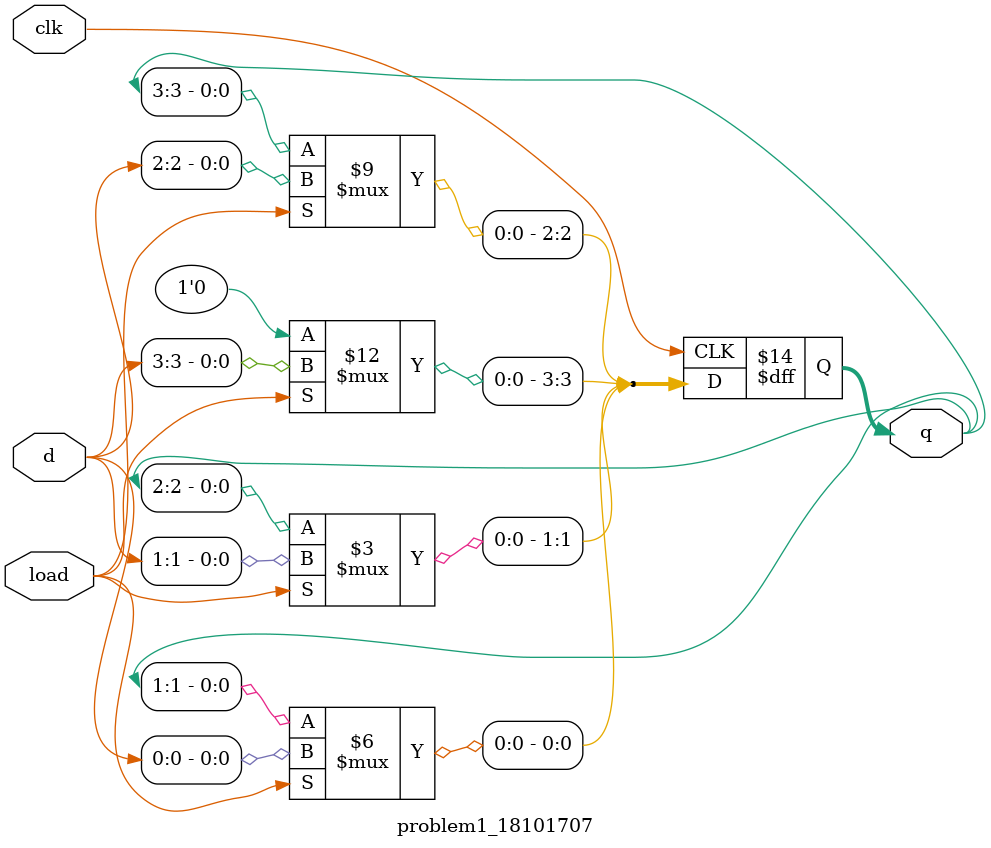
<source format=v>
module problem1_18101707(d,load,clk,q);
input [3:0]d;
input load,clk;
output reg[3:0]q;
always @(negedge clk)
	if (load)
		q<=d;
	else
//q[3:0]<={q[0],q[3:1]};
		begin
			
			q[2]<=q[3];
			q[1]<=q[2];
			q[0]<=q[1];
			q[3]=1'b0;
		end
		
endmodule

</source>
